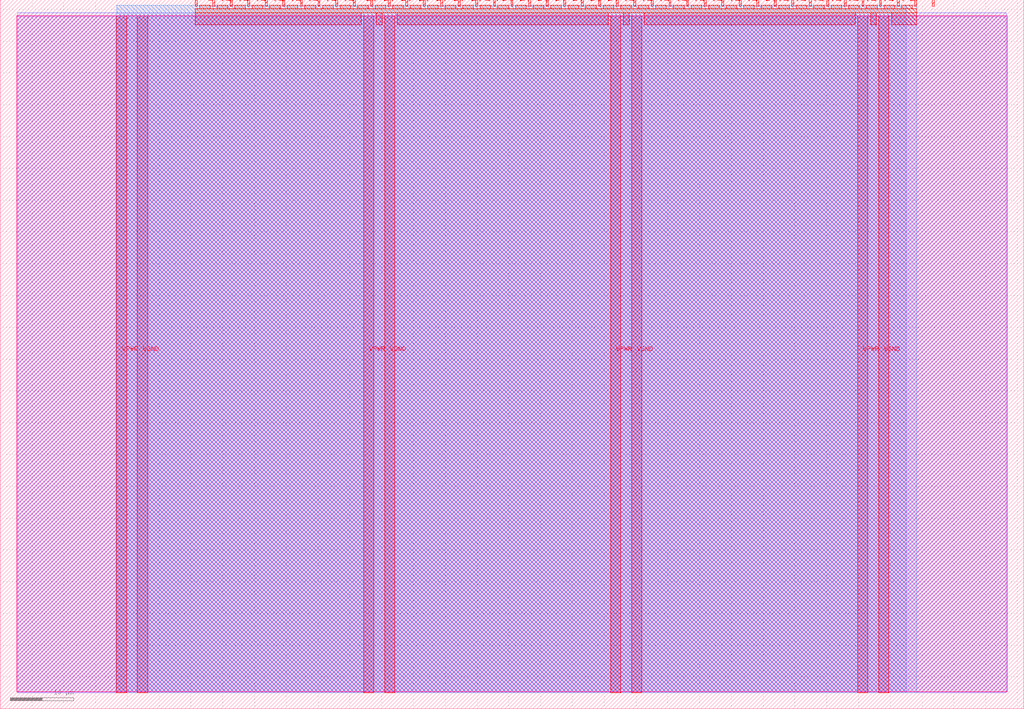
<source format=lef>
VERSION 5.7 ;
  NOWIREEXTENSIONATPIN ON ;
  DIVIDERCHAR "/" ;
  BUSBITCHARS "[]" ;
MACRO tt_um_wokwi_446363833426340865
  CLASS BLOCK ;
  FOREIGN tt_um_wokwi_446363833426340865 ;
  ORIGIN 0.000 0.000 ;
  SIZE 161.000 BY 111.520 ;
  PIN VGND
    DIRECTION INOUT ;
    USE GROUND ;
    PORT
      LAYER met4 ;
        RECT 21.580 2.480 23.180 109.040 ;
    END
    PORT
      LAYER met4 ;
        RECT 60.450 2.480 62.050 109.040 ;
    END
    PORT
      LAYER met4 ;
        RECT 99.320 2.480 100.920 109.040 ;
    END
    PORT
      LAYER met4 ;
        RECT 138.190 2.480 139.790 109.040 ;
    END
  END VGND
  PIN VPWR
    DIRECTION INOUT ;
    USE POWER ;
    PORT
      LAYER met4 ;
        RECT 18.280 2.480 19.880 109.040 ;
    END
    PORT
      LAYER met4 ;
        RECT 57.150 2.480 58.750 109.040 ;
    END
    PORT
      LAYER met4 ;
        RECT 96.020 2.480 97.620 109.040 ;
    END
    PORT
      LAYER met4 ;
        RECT 134.890 2.480 136.490 109.040 ;
    END
  END VPWR
  PIN clk
    DIRECTION INPUT ;
    USE SIGNAL ;
    ANTENNAGATEAREA 0.126000 ;
    PORT
      LAYER met4 ;
        RECT 143.830 110.520 144.130 111.520 ;
    END
  END clk
  PIN ena
    DIRECTION INPUT ;
    USE SIGNAL ;
    PORT
      LAYER met4 ;
        RECT 146.590 110.520 146.890 111.520 ;
    END
  END ena
  PIN rst_n
    DIRECTION INPUT ;
    USE SIGNAL ;
    ANTENNAGATEAREA 0.196500 ;
    PORT
      LAYER met4 ;
        RECT 141.070 110.520 141.370 111.520 ;
    END
  END rst_n
  PIN ui_in[0]
    DIRECTION INPUT ;
    USE SIGNAL ;
    PORT
      LAYER met4 ;
        RECT 138.310 110.520 138.610 111.520 ;
    END
  END ui_in[0]
  PIN ui_in[1]
    DIRECTION INPUT ;
    USE SIGNAL ;
    ANTENNAGATEAREA 0.196500 ;
    PORT
      LAYER met4 ;
        RECT 135.550 110.520 135.850 111.520 ;
    END
  END ui_in[1]
  PIN ui_in[2]
    DIRECTION INPUT ;
    USE SIGNAL ;
    ANTENNAGATEAREA 0.196500 ;
    PORT
      LAYER met4 ;
        RECT 132.790 110.520 133.090 111.520 ;
    END
  END ui_in[2]
  PIN ui_in[3]
    DIRECTION INPUT ;
    USE SIGNAL ;
    ANTENNAGATEAREA 0.196500 ;
    PORT
      LAYER met4 ;
        RECT 130.030 110.520 130.330 111.520 ;
    END
  END ui_in[3]
  PIN ui_in[4]
    DIRECTION INPUT ;
    USE SIGNAL ;
    ANTENNAGATEAREA 0.159000 ;
    PORT
      LAYER met4 ;
        RECT 127.270 110.520 127.570 111.520 ;
    END
  END ui_in[4]
  PIN ui_in[5]
    DIRECTION INPUT ;
    USE SIGNAL ;
    ANTENNAGATEAREA 0.159000 ;
    PORT
      LAYER met4 ;
        RECT 124.510 110.520 124.810 111.520 ;
    END
  END ui_in[5]
  PIN ui_in[6]
    DIRECTION INPUT ;
    USE SIGNAL ;
    ANTENNAGATEAREA 0.159000 ;
    PORT
      LAYER met4 ;
        RECT 121.750 110.520 122.050 111.520 ;
    END
  END ui_in[6]
  PIN ui_in[7]
    DIRECTION INPUT ;
    USE SIGNAL ;
    ANTENNAGATEAREA 0.159000 ;
    PORT
      LAYER met4 ;
        RECT 118.990 110.520 119.290 111.520 ;
    END
  END ui_in[7]
  PIN uio_in[0]
    DIRECTION INPUT ;
    USE SIGNAL ;
    PORT
      LAYER met4 ;
        RECT 116.230 110.520 116.530 111.520 ;
    END
  END uio_in[0]
  PIN uio_in[1]
    DIRECTION INPUT ;
    USE SIGNAL ;
    PORT
      LAYER met4 ;
        RECT 113.470 110.520 113.770 111.520 ;
    END
  END uio_in[1]
  PIN uio_in[2]
    DIRECTION INPUT ;
    USE SIGNAL ;
    PORT
      LAYER met4 ;
        RECT 110.710 110.520 111.010 111.520 ;
    END
  END uio_in[2]
  PIN uio_in[3]
    DIRECTION INPUT ;
    USE SIGNAL ;
    PORT
      LAYER met4 ;
        RECT 107.950 110.520 108.250 111.520 ;
    END
  END uio_in[3]
  PIN uio_in[4]
    DIRECTION INPUT ;
    USE SIGNAL ;
    PORT
      LAYER met4 ;
        RECT 105.190 110.520 105.490 111.520 ;
    END
  END uio_in[4]
  PIN uio_in[5]
    DIRECTION INPUT ;
    USE SIGNAL ;
    PORT
      LAYER met4 ;
        RECT 102.430 110.520 102.730 111.520 ;
    END
  END uio_in[5]
  PIN uio_in[6]
    DIRECTION INPUT ;
    USE SIGNAL ;
    PORT
      LAYER met4 ;
        RECT 99.670 110.520 99.970 111.520 ;
    END
  END uio_in[6]
  PIN uio_in[7]
    DIRECTION INPUT ;
    USE SIGNAL ;
    PORT
      LAYER met4 ;
        RECT 96.910 110.520 97.210 111.520 ;
    END
  END uio_in[7]
  PIN uio_oe[0]
    DIRECTION OUTPUT ;
    USE SIGNAL ;
    PORT
      LAYER met4 ;
        RECT 49.990 110.520 50.290 111.520 ;
    END
  END uio_oe[0]
  PIN uio_oe[1]
    DIRECTION OUTPUT ;
    USE SIGNAL ;
    PORT
      LAYER met4 ;
        RECT 47.230 110.520 47.530 111.520 ;
    END
  END uio_oe[1]
  PIN uio_oe[2]
    DIRECTION OUTPUT ;
    USE SIGNAL ;
    PORT
      LAYER met4 ;
        RECT 44.470 110.520 44.770 111.520 ;
    END
  END uio_oe[2]
  PIN uio_oe[3]
    DIRECTION OUTPUT ;
    USE SIGNAL ;
    PORT
      LAYER met4 ;
        RECT 41.710 110.520 42.010 111.520 ;
    END
  END uio_oe[3]
  PIN uio_oe[4]
    DIRECTION OUTPUT ;
    USE SIGNAL ;
    PORT
      LAYER met4 ;
        RECT 38.950 110.520 39.250 111.520 ;
    END
  END uio_oe[4]
  PIN uio_oe[5]
    DIRECTION OUTPUT ;
    USE SIGNAL ;
    PORT
      LAYER met4 ;
        RECT 36.190 110.520 36.490 111.520 ;
    END
  END uio_oe[5]
  PIN uio_oe[6]
    DIRECTION OUTPUT ;
    USE SIGNAL ;
    PORT
      LAYER met4 ;
        RECT 33.430 110.520 33.730 111.520 ;
    END
  END uio_oe[6]
  PIN uio_oe[7]
    DIRECTION OUTPUT ;
    USE SIGNAL ;
    PORT
      LAYER met4 ;
        RECT 30.670 110.520 30.970 111.520 ;
    END
  END uio_oe[7]
  PIN uio_out[0]
    DIRECTION OUTPUT ;
    USE SIGNAL ;
    PORT
      LAYER met4 ;
        RECT 72.070 110.520 72.370 111.520 ;
    END
  END uio_out[0]
  PIN uio_out[1]
    DIRECTION OUTPUT ;
    USE SIGNAL ;
    PORT
      LAYER met4 ;
        RECT 69.310 110.520 69.610 111.520 ;
    END
  END uio_out[1]
  PIN uio_out[2]
    DIRECTION OUTPUT ;
    USE SIGNAL ;
    PORT
      LAYER met4 ;
        RECT 66.550 110.520 66.850 111.520 ;
    END
  END uio_out[2]
  PIN uio_out[3]
    DIRECTION OUTPUT ;
    USE SIGNAL ;
    PORT
      LAYER met4 ;
        RECT 63.790 110.520 64.090 111.520 ;
    END
  END uio_out[3]
  PIN uio_out[4]
    DIRECTION OUTPUT ;
    USE SIGNAL ;
    PORT
      LAYER met4 ;
        RECT 61.030 110.520 61.330 111.520 ;
    END
  END uio_out[4]
  PIN uio_out[5]
    DIRECTION OUTPUT ;
    USE SIGNAL ;
    PORT
      LAYER met4 ;
        RECT 58.270 110.520 58.570 111.520 ;
    END
  END uio_out[5]
  PIN uio_out[6]
    DIRECTION OUTPUT ;
    USE SIGNAL ;
    PORT
      LAYER met4 ;
        RECT 55.510 110.520 55.810 111.520 ;
    END
  END uio_out[6]
  PIN uio_out[7]
    DIRECTION OUTPUT ;
    USE SIGNAL ;
    PORT
      LAYER met4 ;
        RECT 52.750 110.520 53.050 111.520 ;
    END
  END uio_out[7]
  PIN uo_out[0]
    DIRECTION OUTPUT ;
    USE SIGNAL ;
    ANTENNADIFFAREA 0.445500 ;
    PORT
      LAYER met4 ;
        RECT 94.150 110.520 94.450 111.520 ;
    END
  END uo_out[0]
  PIN uo_out[1]
    DIRECTION OUTPUT ;
    USE SIGNAL ;
    ANTENNADIFFAREA 0.445500 ;
    PORT
      LAYER met4 ;
        RECT 91.390 110.520 91.690 111.520 ;
    END
  END uo_out[1]
  PIN uo_out[2]
    DIRECTION OUTPUT ;
    USE SIGNAL ;
    ANTENNADIFFAREA 0.445500 ;
    PORT
      LAYER met4 ;
        RECT 88.630 110.520 88.930 111.520 ;
    END
  END uo_out[2]
  PIN uo_out[3]
    DIRECTION OUTPUT ;
    USE SIGNAL ;
    ANTENNADIFFAREA 0.445500 ;
    PORT
      LAYER met4 ;
        RECT 85.870 110.520 86.170 111.520 ;
    END
  END uo_out[3]
  PIN uo_out[4]
    DIRECTION OUTPUT ;
    USE SIGNAL ;
    ANTENNADIFFAREA 0.445500 ;
    PORT
      LAYER met4 ;
        RECT 83.110 110.520 83.410 111.520 ;
    END
  END uo_out[4]
  PIN uo_out[5]
    DIRECTION OUTPUT ;
    USE SIGNAL ;
    ANTENNADIFFAREA 0.445500 ;
    PORT
      LAYER met4 ;
        RECT 80.350 110.520 80.650 111.520 ;
    END
  END uo_out[5]
  PIN uo_out[6]
    DIRECTION OUTPUT ;
    USE SIGNAL ;
    ANTENNADIFFAREA 0.445500 ;
    PORT
      LAYER met4 ;
        RECT 77.590 110.520 77.890 111.520 ;
    END
  END uo_out[6]
  PIN uo_out[7]
    DIRECTION OUTPUT ;
    USE SIGNAL ;
    ANTENNADIFFAREA 0.445500 ;
    PORT
      LAYER met4 ;
        RECT 74.830 110.520 75.130 111.520 ;
    END
  END uo_out[7]
  OBS
      LAYER nwell ;
        RECT 2.570 2.635 158.430 108.990 ;
      LAYER li1 ;
        RECT 2.760 2.635 158.240 108.885 ;
      LAYER met1 ;
        RECT 2.760 2.480 158.240 109.440 ;
      LAYER met2 ;
        RECT 18.310 2.535 142.510 110.685 ;
      LAYER met3 ;
        RECT 18.290 2.555 144.170 110.665 ;
      LAYER met4 ;
        RECT 31.370 110.120 33.030 110.665 ;
        RECT 34.130 110.120 35.790 110.665 ;
        RECT 36.890 110.120 38.550 110.665 ;
        RECT 39.650 110.120 41.310 110.665 ;
        RECT 42.410 110.120 44.070 110.665 ;
        RECT 45.170 110.120 46.830 110.665 ;
        RECT 47.930 110.120 49.590 110.665 ;
        RECT 50.690 110.120 52.350 110.665 ;
        RECT 53.450 110.120 55.110 110.665 ;
        RECT 56.210 110.120 57.870 110.665 ;
        RECT 58.970 110.120 60.630 110.665 ;
        RECT 61.730 110.120 63.390 110.665 ;
        RECT 64.490 110.120 66.150 110.665 ;
        RECT 67.250 110.120 68.910 110.665 ;
        RECT 70.010 110.120 71.670 110.665 ;
        RECT 72.770 110.120 74.430 110.665 ;
        RECT 75.530 110.120 77.190 110.665 ;
        RECT 78.290 110.120 79.950 110.665 ;
        RECT 81.050 110.120 82.710 110.665 ;
        RECT 83.810 110.120 85.470 110.665 ;
        RECT 86.570 110.120 88.230 110.665 ;
        RECT 89.330 110.120 90.990 110.665 ;
        RECT 92.090 110.120 93.750 110.665 ;
        RECT 94.850 110.120 96.510 110.665 ;
        RECT 97.610 110.120 99.270 110.665 ;
        RECT 100.370 110.120 102.030 110.665 ;
        RECT 103.130 110.120 104.790 110.665 ;
        RECT 105.890 110.120 107.550 110.665 ;
        RECT 108.650 110.120 110.310 110.665 ;
        RECT 111.410 110.120 113.070 110.665 ;
        RECT 114.170 110.120 115.830 110.665 ;
        RECT 116.930 110.120 118.590 110.665 ;
        RECT 119.690 110.120 121.350 110.665 ;
        RECT 122.450 110.120 124.110 110.665 ;
        RECT 125.210 110.120 126.870 110.665 ;
        RECT 127.970 110.120 129.630 110.665 ;
        RECT 130.730 110.120 132.390 110.665 ;
        RECT 133.490 110.120 135.150 110.665 ;
        RECT 136.250 110.120 137.910 110.665 ;
        RECT 139.010 110.120 140.670 110.665 ;
        RECT 141.770 110.120 143.430 110.665 ;
        RECT 30.655 109.440 144.145 110.120 ;
        RECT 30.655 107.615 56.750 109.440 ;
        RECT 59.150 107.615 60.050 109.440 ;
        RECT 62.450 107.615 95.620 109.440 ;
        RECT 98.020 107.615 98.920 109.440 ;
        RECT 101.320 107.615 134.490 109.440 ;
        RECT 136.890 107.615 137.790 109.440 ;
        RECT 140.190 107.615 144.145 109.440 ;
  END
END tt_um_wokwi_446363833426340865
END LIBRARY


</source>
